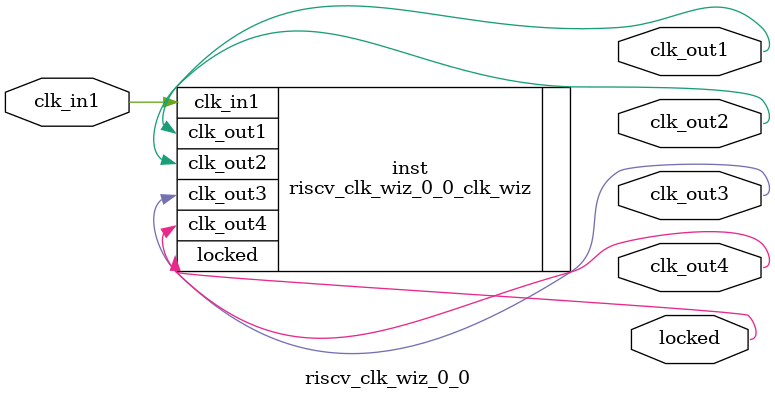
<source format=v>


`timescale 1ps/1ps

(* CORE_GENERATION_INFO = "riscv_clk_wiz_0_0,clk_wiz_v6_0_11_0_0,{component_name=riscv_clk_wiz_0_0,use_phase_alignment=false,use_min_o_jitter=false,use_max_i_jitter=false,use_dyn_phase_shift=false,use_inclk_switchover=false,use_dyn_reconfig=false,enable_axi=0,feedback_source=FDBK_AUTO,PRIMITIVE=MMCM,num_out_clk=4,clkin1_period=10.000,clkin2_period=10.000,use_power_down=false,use_reset=false,use_locked=true,use_inclk_stopped=false,feedback_type=SINGLE,CLOCK_MGR_TYPE=NA,manual_override=false}" *)

module riscv_clk_wiz_0_0 
 (
  // Clock out ports
  output        clk_out1,
  output        clk_out2,
  output        clk_out3,
  output        clk_out4,
  // Status and control signals
  output        locked,
 // Clock in ports
  input         clk_in1
 );

  riscv_clk_wiz_0_0_clk_wiz inst
  (
  // Clock out ports  
  .clk_out1(clk_out1),
  .clk_out2(clk_out2),
  .clk_out3(clk_out3),
  .clk_out4(clk_out4),
  // Status and control signals               
  .locked(locked),
 // Clock in ports
  .clk_in1(clk_in1)
  );

endmodule

</source>
